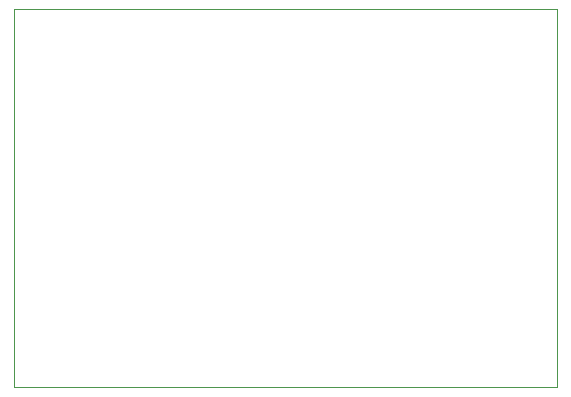
<source format=gbr>
%TF.GenerationSoftware,KiCad,Pcbnew,9.0.0*%
%TF.CreationDate,2025-06-16T13:17:37+03:00*%
%TF.ProjectId,fablab,6661626c-6162-42e6-9b69-6361645f7063,rev?*%
%TF.SameCoordinates,Original*%
%TF.FileFunction,Profile,NP*%
%FSLAX46Y46*%
G04 Gerber Fmt 4.6, Leading zero omitted, Abs format (unit mm)*
G04 Created by KiCad (PCBNEW 9.0.0) date 2025-06-16 13:17:37*
%MOMM*%
%LPD*%
G01*
G04 APERTURE LIST*
%TA.AperFunction,Profile*%
%ADD10C,0.050000*%
%TD*%
G04 APERTURE END LIST*
D10*
X122500000Y-20500000D02*
X168500000Y-20500000D01*
X168500000Y-52500000D01*
X122500000Y-52500000D01*
X122500000Y-20500000D01*
M02*

</source>
